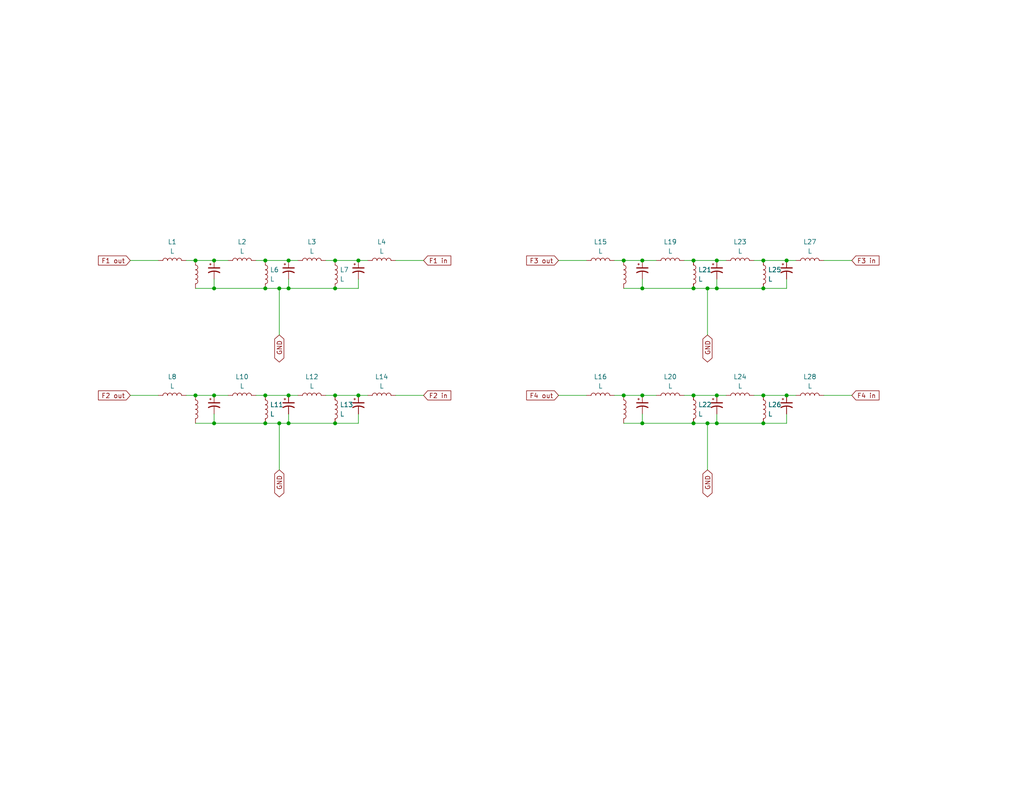
<source format=kicad_sch>
(kicad_sch (version 20230121) (generator eeschema)
  (paper "USLetter")
  (title_block (title "switched bandpass filter") (date "2023-07-23") (rev "v1.0") (comment 1 "Copyright © 2023 WA7GIL"))
  (lib_symbols
    (symbol "Device:C_Polarized_Small_US" (pin_numbers hide) (pin_names (offset 0.254) hide)
      (property "Reference" "C" (at 0.254 1.778 0))
      (property "Value" "C_Polarized_Small_US" (at 0.254 -2.032 0))
      (symbol "C_Polarized_Small_US_0_1"
        (polyline (pts (xy -1.524 0.508) (xy 1.524 0.508)) (stroke (width 0.3048)))
        (polyline (pts (xy -1.27 1.524) (xy -0.762 1.524)))
        (polyline (pts (xy -1.016 1.27) (xy -1.016 1.778)))
        (arc (start 1.524 -0.762) (mid 0 -0.3734) (end -1.524 -0.762) (stroke (width 0.3048)))
      )
      (symbol "C_Polarized_Small_US_1_1"
        (pin passive line (at 0 2.54 270) (length 2.032) (name "~") (number "1"))
        (pin passive line (at 0 -2.54 90) (length 2.032) (name "~") (number "2"))
      )
    )
    (symbol "Device:L" (pin_numbers hide) (pin_names (offset 1.016) hide)
      (property "Reference" "L" (at -1.27 0 90))
      (property "Value" "L" (at 1.905 0 90))
      (symbol "L_0_1"
        (arc (start 0 -2.54) (mid 0.6323 -1.905) (end 0 -1.27))
        (arc (start 0 -1.27) (mid 0.6323 -0.635) (end 0 0))
        (arc (start 0 0) (mid 0.6323 0.635) (end 0 1.27))
        (arc (start 0 1.27) (mid 0.6323 1.905) (end 0 2.54))
      )
      (symbol "L_1_1"
        (pin passive line (at 0 3.81 270) (length 1.27) (name "1") (number "1"))
        (pin passive line (at 0 -3.81 90) (length 1.27) (name "2") (number "2"))
      )
    )
  )
  (junction (at 97.79 107.95))
  (junction (at 58.42 107.95))
  (junction (at 58.42 78.74))
  (junction (at 91.44 107.95))
  (junction (at 53.34 71.12))
  (junction (at 195.58 115.57))
  (junction (at 91.44 78.74))
  (junction (at 91.44 115.57))
  (junction (at 189.23 115.57))
  (junction (at 170.18 71.12))
  (junction (at 214.63 107.95))
  (junction (at 76.2 78.74))
  (junction (at 175.26 78.74))
  (junction (at 53.34 107.95))
  (junction (at 208.28 115.57))
  (junction (at 78.74 78.74))
  (junction (at 72.39 71.12))
  (junction (at 195.58 107.95))
  (junction (at 72.39 78.74))
  (junction (at 175.26 107.95))
  (junction (at 91.44 71.12))
  (junction (at 78.74 71.12))
  (junction (at 195.58 78.74))
  (junction (at 189.23 107.95))
  (junction (at 175.26 115.57))
  (junction (at 189.23 71.12))
  (junction (at 208.28 71.12))
  (junction (at 214.63 71.12))
  (junction (at 78.74 107.95))
  (junction (at 78.74 115.57))
  (junction (at 193.04 115.57))
  (junction (at 195.58 71.12))
  (junction (at 189.23 78.74))
  (junction (at 193.04 78.74))
  (junction (at 175.26 71.12))
  (junction (at 58.42 115.57))
  (junction (at 58.42 71.12))
  (junction (at 208.28 107.95))
  (junction (at 72.39 107.95))
  (junction (at 97.79 71.12))
  (junction (at 72.39 115.57))
  (junction (at 170.18 107.95))
  (junction (at 208.28 78.74))
  (junction (at 76.2 115.57))
  (wire (pts (xy 186.69 107.95) (xy 189.23 107.95)))
  (wire (pts (xy 50.8 71.12) (xy 53.34 71.12)))
  (wire (pts (xy 186.69 71.12) (xy 189.23 71.12)))
  (wire (pts (xy 53.34 115.57) (xy 58.42 115.57)))
  (wire (pts (xy 72.39 71.12) (xy 78.74 71.12)))
  (wire (pts (xy 76.2 78.74) (xy 78.74 78.74)))
  (wire (pts (xy 214.63 113.03) (xy 214.63 115.57)))
  (wire (pts (xy 224.79 107.95) (xy 232.41 107.95)))
  (wire (pts (xy 72.39 78.74) (xy 76.2 78.74)))
  (wire (pts (xy 193.04 78.74) (xy 193.04 91.44)))
  (wire (pts (xy 78.74 76.2) (xy 78.74 78.74)))
  (wire (pts (xy 53.34 107.95) (xy 58.42 107.95)))
  (wire (pts (xy 224.79 71.12) (xy 232.41 71.12)))
  (wire (pts (xy 78.74 107.95) (xy 81.28 107.95)))
  (wire (pts (xy 208.28 71.12) (xy 214.63 71.12)))
  (wire (pts (xy 195.58 113.03) (xy 195.58 115.57)))
  (wire (pts (xy 78.74 71.12) (xy 81.28 71.12)))
  (wire (pts (xy 53.34 78.74) (xy 58.42 78.74)))
  (wire (pts (xy 195.58 115.57) (xy 208.28 115.57)))
  (wire (pts (xy 170.18 78.74) (xy 175.26 78.74)))
  (wire (pts (xy 76.2 115.57) (xy 78.74 115.57)))
  (wire (pts (xy 193.04 78.74) (xy 195.58 78.74)))
  (wire (pts (xy 69.85 71.12) (xy 72.39 71.12)))
  (wire (pts (xy 214.63 78.74) (xy 208.28 78.74)))
  (wire (pts (xy 208.28 107.95) (xy 214.63 107.95)))
  (wire (pts (xy 214.63 115.57) (xy 208.28 115.57)))
  (wire (pts (xy 58.42 113.03) (xy 58.42 115.57)))
  (wire (pts (xy 193.04 115.57) (xy 193.04 128.27)))
  (wire (pts (xy 97.79 76.2) (xy 97.79 78.74)))
  (wire (pts (xy 170.18 107.95) (xy 175.26 107.95)))
  (wire (pts (xy 170.18 115.57) (xy 175.26 115.57)))
  (wire (pts (xy 189.23 115.57) (xy 193.04 115.57)))
  (wire (pts (xy 175.26 76.2) (xy 175.26 78.74)))
  (wire (pts (xy 97.79 115.57) (xy 91.44 115.57)))
  (wire (pts (xy 97.79 71.12) (xy 100.33 71.12)))
  (wire (pts (xy 170.18 71.12) (xy 175.26 71.12)))
  (wire (pts (xy 72.39 115.57) (xy 76.2 115.57)))
  (wire (pts (xy 107.95 71.12) (xy 115.57 71.12)))
  (wire (pts (xy 214.63 71.12) (xy 217.17 71.12)))
  (wire (pts (xy 167.64 71.12) (xy 170.18 71.12)))
  (wire (pts (xy 189.23 78.74) (xy 193.04 78.74)))
  (wire (pts (xy 76.2 115.57) (xy 76.2 128.27)))
  (wire (pts (xy 35.56 71.12) (xy 43.18 71.12)))
  (wire (pts (xy 193.04 115.57) (xy 195.58 115.57)))
  (wire (pts (xy 195.58 76.2) (xy 195.58 78.74)))
  (wire (pts (xy 214.63 107.95) (xy 217.17 107.95)))
  (wire (pts (xy 72.39 107.95) (xy 78.74 107.95)))
  (wire (pts (xy 97.79 107.95) (xy 100.33 107.95)))
  (wire (pts (xy 175.26 107.95) (xy 179.07 107.95)))
  (wire (pts (xy 78.74 115.57) (xy 91.44 115.57)))
  (wire (pts (xy 152.4 71.12) (xy 160.02 71.12)))
  (wire (pts (xy 78.74 78.74) (xy 91.44 78.74)))
  (wire (pts (xy 69.85 107.95) (xy 72.39 107.95)))
  (wire (pts (xy 175.26 71.12) (xy 179.07 71.12)))
  (wire (pts (xy 107.95 107.95) (xy 115.57 107.95)))
  (wire (pts (xy 189.23 71.12) (xy 195.58 71.12)))
  (wire (pts (xy 76.2 78.74) (xy 76.2 91.44)))
  (wire (pts (xy 58.42 71.12) (xy 62.23 71.12)))
  (wire (pts (xy 58.42 115.57) (xy 72.39 115.57)))
  (wire (pts (xy 175.26 115.57) (xy 189.23 115.57)))
  (wire (pts (xy 189.23 107.95) (xy 195.58 107.95)))
  (wire (pts (xy 195.58 78.74) (xy 208.28 78.74)))
  (wire (pts (xy 97.79 78.74) (xy 91.44 78.74)))
  (wire (pts (xy 97.79 113.03) (xy 97.79 115.57)))
  (wire (pts (xy 205.74 71.12) (xy 208.28 71.12)))
  (wire (pts (xy 50.8 107.95) (xy 53.34 107.95)))
  (wire (pts (xy 58.42 76.2) (xy 58.42 78.74)))
  (wire (pts (xy 195.58 107.95) (xy 198.12 107.95)))
  (wire (pts (xy 175.26 78.74) (xy 189.23 78.74)))
  (wire (pts (xy 91.44 71.12) (xy 97.79 71.12)))
  (wire (pts (xy 53.34 71.12) (xy 58.42 71.12)))
  (wire (pts (xy 152.4 107.95) (xy 160.02 107.95)))
  (wire (pts (xy 58.42 78.74) (xy 72.39 78.74)))
  (wire (pts (xy 214.63 76.2) (xy 214.63 78.74)))
  (wire (pts (xy 175.26 113.03) (xy 175.26 115.57)))
  (wire (pts (xy 205.74 107.95) (xy 208.28 107.95)))
  (wire (pts (xy 35.56 107.95) (xy 43.18 107.95)))
  (wire (pts (xy 167.64 107.95) (xy 170.18 107.95)))
  (wire (pts (xy 88.9 107.95) (xy 91.44 107.95)))
  (wire (pts (xy 58.42 107.95) (xy 62.23 107.95)))
  (wire (pts (xy 88.9 71.12) (xy 91.44 71.12)))
  (wire (pts (xy 91.44 107.95) (xy 97.79 107.95)))
  (wire (pts (xy 195.58 71.12) (xy 198.12 71.12)))
  (wire (pts (xy 78.74 113.03) (xy 78.74 115.57)))
  (global_label "GND" (shape bidirectional) (at 76.2 91.44 270) (property "Intersheetrefs" "${INTERSHEET_REFS}" (effects hide)))
  (global_label "F2 out" (shape input) (at 35.56 107.95 180) (property "Intersheetrefs" "${INTERSHEET_REFS}" (effects hide)))
  (global_label "F4 out" (shape input) (at 152.4 107.95 180) (property "Intersheetrefs" "${INTERSHEET_REFS}" (effects hide)))
  (global_label "GND" (shape bidirectional) (at 76.2 128.27 270) (property "Intersheetrefs" "${INTERSHEET_REFS}" (effects hide)))
  (global_label "F3 out" (shape input) (at 152.4 71.12 180) (property "Intersheetrefs" "${INTERSHEET_REFS}" (effects hide)))
  (global_label "F3 in" (shape input) (at 232.41 71.12 0) (property "Intersheetrefs" "${INTERSHEET_REFS}" (effects hide)))
  (global_label "F1 out" (shape input) (at 35.56 71.12 180) (property "Intersheetrefs" "${INTERSHEET_REFS}" (effects hide)))
  (global_label "F4 in" (shape input) (at 232.41 107.95 0) (property "Intersheetrefs" "${INTERSHEET_REFS}" (effects hide)))
  (global_label "F1 in" (shape input) (at 115.57 71.12 0) (property "Intersheetrefs" "${INTERSHEET_REFS}" (effects hide)))
  (global_label "GND" (shape bidirectional) (at 193.04 128.27 270) (property "Intersheetrefs" "${INTERSHEET_REFS}" (effects hide)))
  (global_label "F2 in" (shape input) (at 115.57 107.95 0) (property "Intersheetrefs" "${INTERSHEET_REFS}" (effects hide)))
  (global_label "GND" (shape bidirectional) (at 193.04 91.44 270) (property "Intersheetrefs" "${INTERSHEET_REFS}" (effects hide)))
  (symbol (lib_id "Device:L") (at 66.04 71.12 90) (unit 1)
    (property "Reference" "L2" (at 66.04 66.04 90))
    (property "Value" "L" (at 66.04 68.58 90))
    (property "Footprint" "Inductor_SMD:L_1210_3225Metric" (effects hide))
  )
  (symbol (lib_id "Device:L") (at 46.99 107.95 90) (unit 1)
    (property "Reference" "L8" (at 46.99 102.87 90))
    (property "Value" "L" (at 46.99 105.41 90))
    (property "Footprint" "Inductor_SMD:L_1210_3225Metric" (effects hide))
  )
  (symbol (lib_id "Device:C_Polarized_Small_US") (at 175.26 110.49 0) (unit 1)
    (property "Reference" "C8" (effects hide))
    (property "Value" " " (effects hide))
    (property "Footprint" "Capacitor_SMD:C_1210_3225Metric" (effects hide))
  )
  (symbol (lib_id "Device:L") (at 189.23 74.93 0) (unit 1)
    (property "Reference" "L21" (at 190.5 73.66 0) (effects (justify left)))
    (property "Value" "L" (at 190.5 76.2 0) (effects (justify left)))
    (property "Footprint" "Inductor_SMD:L_1210_3225Metric" (effects hide))
  )
  (symbol (lib_id "Device:C_Polarized_Small_US") (at 195.58 73.66 0) (unit 1)
    (property "Reference" "C9" (effects hide))
    (property "Value" " " (effects hide))
    (property "Footprint" "Capacitor_SMD:C_1210_3225Metric" (effects hide))
  )
  (symbol (lib_id "Device:L") (at 208.28 74.93 0) (unit 1)
    (property "Reference" "L25" (at 209.55 73.66 0) (effects (justify left)))
    (property "Value" "L" (at 209.55 76.2 0) (effects (justify left)))
    (property "Footprint" "Inductor_SMD:L_1210_3225Metric" (effects hide))
  )
  (symbol (lib_id "Device:C_Polarized_Small_US") (at 214.63 110.49 0) (unit 1)
    (property "Reference" "C12" (effects hide))
    (property "Value" " " (effects hide))
    (property "Footprint" "Capacitor_SMD:C_1210_3225Metric" (effects hide))
  )
  (symbol (lib_id "Device:L") (at 220.98 107.95 90) (unit 1)
    (property "Reference" "L28" (at 220.98 102.87 90))
    (property "Value" "L" (at 220.98 105.41 90))
    (property "Footprint" "Inductor_SMD:L_1210_3225Metric" (effects hide))
  )
  (symbol (lib_id "Device:L") (at 208.28 111.76 0) (unit 1)
    (property "Reference" "L26" (at 209.55 110.49 0) (effects (justify left)))
    (property "Value" "L" (at 209.55 113.03 0) (effects (justify left)))
    (property "Footprint" "Inductor_SMD:L_1210_3225Metric" (effects hide))
  )
  (symbol (lib_id "Device:L") (at 201.93 107.95 90) (unit 1)
    (property "Reference" "L24" (at 201.93 102.87 90))
    (property "Value" "L" (at 201.93 105.41 90))
    (property "Footprint" "Inductor_SMD:L_1210_3225Metric" (effects hide))
  )
  (symbol (lib_id "Device:L") (at 72.39 111.76 0) (unit 1)
    (property "Reference" "L11" (at 73.66 110.49 0) (effects (justify left)))
    (property "Value" "L" (at 73.66 113.03 0) (effects (justify left)))
    (property "Footprint" "Inductor_SMD:L_1210_3225Metric" (effects hide))
  )
  (symbol (lib_id "Device:L") (at 91.44 111.76 0) (unit 1)
    (property "Reference" "L13" (at 92.71 110.49 0) (effects (justify left)))
    (property "Value" "L" (at 92.71 113.03 0) (effects (justify left)))
    (property "Footprint" "Inductor_SMD:L_1210_3225Metric" (effects hide))
  )
  (symbol (lib_id "Device:L") (at 104.14 71.12 90) (unit 1)
    (property "Reference" "L4" (at 104.14 66.04 90))
    (property "Value" "L" (at 104.14 68.58 90))
    (property "Footprint" "Inductor_SMD:L_1210_3225Metric" (effects hide))
  )
  (symbol (lib_id "Device:L") (at 170.18 111.76 0) (unit 1)
    (property "Reference" "L18" (effects hide))
    (property "Value" "L" (effects hide))
    (property "Footprint" "Inductor_SMD:L_1210_3225Metric" (effects hide))
  )
  (symbol (lib_id "Device:L") (at 220.98 71.12 90) (unit 1)
    (property "Reference" "L27" (at 220.98 66.04 90))
    (property "Value" "L" (at 220.98 68.58 90))
    (property "Footprint" "Inductor_SMD:L_1210_3225Metric" (effects hide))
  )
  (symbol (lib_id "Device:C_Polarized_Small_US") (at 97.79 110.49 0) (unit 1)
    (property "Reference" "C6" (effects hide))
    (property "Value" " " (effects hide))
    (property "Footprint" "Capacitor_SMD:C_1210_3225Metric" (effects hide))
  )
  (symbol (lib_id "Device:L") (at 163.83 71.12 90) (unit 1)
    (property "Reference" "L15" (at 163.83 66.04 90))
    (property "Value" "L" (at 163.83 68.58 90))
    (property "Footprint" "Inductor_SMD:L_1210_3225Metric" (effects hide))
  )
  (symbol (lib_id "Device:L") (at 53.34 111.76 0) (unit 1)
    (property "Reference" "L9" (effects hide))
    (property "Value" "L" (effects hide))
    (property "Footprint" "Inductor_SMD:L_1210_3225Metric" (effects hide))
  )
  (symbol (lib_id "Device:C_Polarized_Small_US") (at 214.63 73.66 0) (unit 1)
    (property "Reference" "C11" (effects hide))
    (property "Value" " " (effects hide))
    (property "Footprint" "Capacitor_SMD:C_1210_3225Metric" (effects hide))
  )
  (symbol (lib_id "Device:L") (at 85.09 71.12 90) (unit 1)
    (property "Reference" "L3" (at 85.09 66.04 90))
    (property "Value" "L" (at 85.09 68.58 90))
    (property "Footprint" "Inductor_SMD:L_1210_3225Metric" (effects hide))
  )
  (symbol (lib_id "Device:C_Polarized_Small_US") (at 58.42 73.66 0) (unit 1)
    (property "Reference" "C1" (effects hide))
    (property "Value" " " (effects hide))
    (property "Footprint" "Capacitor_SMD:C_1210_3225Metric" (effects hide))
  )
  (symbol (lib_id "Device:C_Polarized_Small_US") (at 78.74 73.66 0) (unit 1)
    (property "Reference" "C2" (effects hide))
    (property "Value" " " (effects hide))
    (property "Footprint" "Capacitor_SMD:C_1210_3225Metric" (effects hide))
  )
  (symbol (lib_id "Device:L") (at 66.04 107.95 90) (unit 1)
    (property "Reference" "L10" (at 66.04 102.87 90))
    (property "Value" "L" (at 66.04 105.41 90))
    (property "Footprint" "Inductor_SMD:L_1210_3225Metric" (effects hide))
  )
  (symbol (lib_id "Device:L") (at 72.39 74.93 0) (unit 1)
    (property "Reference" "L6" (at 73.66 73.66 0) (effects (justify left)))
    (property "Value" "L" (at 73.66 76.2 0) (effects (justify left)))
    (property "Footprint" "Inductor_SMD:L_1210_3225Metric" (effects hide))
  )
  (symbol (lib_id "Device:L") (at 104.14 107.95 90) (unit 1)
    (property "Reference" "L14" (at 104.14 102.87 90))
    (property "Value" "L" (at 104.14 105.41 90))
    (property "Footprint" "Inductor_SMD:L_1210_3225Metric" (effects hide))
  )
  (symbol (lib_id "Device:L") (at 53.34 74.93 0) (unit 1)
    (property "Reference" "L5" (effects hide))
    (property "Value" "L" (effects hide))
    (property "Footprint" "Inductor_SMD:L_1210_3225Metric" (effects hide))
  )
  (symbol (lib_id "Device:C_Polarized_Small_US") (at 78.74 110.49 0) (unit 1)
    (property "Reference" "C5" (effects hide))
    (property "Value" " " (effects hide))
    (property "Footprint" "Capacitor_SMD:C_1210_3225Metric" (effects hide))
  )
  (symbol (lib_id "Device:L") (at 91.44 74.93 0) (unit 1)
    (property "Reference" "L7" (at 92.71 73.66 0) (effects (justify left)))
    (property "Value" "L" (at 92.71 76.2 0) (effects (justify left)))
    (property "Footprint" "Inductor_SMD:L_1210_3225Metric" (effects hide))
  )
  (symbol (lib_id "Device:C_Polarized_Small_US") (at 97.79 73.66 0) (unit 1)
    (property "Reference" "C3" (effects hide))
    (property "Value" " " (effects hide))
    (property "Footprint" "Capacitor_SMD:C_1210_3225Metric" (effects hide))
  )
  (symbol (lib_id "Device:L") (at 170.18 74.93 0) (unit 1)
    (property "Reference" "L17" (effects hide))
    (property "Value" "L" (effects hide))
    (property "Footprint" "Inductor_SMD:L_1210_3225Metric" (effects hide))
  )
  (symbol (lib_id "Device:L") (at 46.99 71.12 90) (unit 1)
    (property "Reference" "L1" (at 46.99 66.04 90))
    (property "Value" "L" (at 46.99 68.58 90))
    (property "Footprint" "Inductor_SMD:L_1210_3225Metric" (effects hide))
  )
  (symbol (lib_id "Device:L") (at 163.83 107.95 90) (unit 1)
    (property "Reference" "L16" (at 163.83 102.87 90))
    (property "Value" "L" (at 163.83 105.41 90))
    (property "Footprint" "Inductor_SMD:L_1210_3225Metric" (effects hide))
  )
  (symbol (lib_id "Device:C_Polarized_Small_US") (at 58.42 110.49 0) (unit 1)
    (property "Reference" "C4" (effects hide))
    (property "Value" " " (effects hide))
    (property "Footprint" "Capacitor_SMD:C_1210_3225Metric" (effects hide))
  )
  (symbol (lib_id "Device:L") (at 189.23 111.76 0) (unit 1)
    (property "Reference" "L22" (at 190.5 110.49 0) (effects (justify left)))
    (property "Value" "L" (at 190.5 113.03 0) (effects (justify left)))
    (property "Footprint" "Inductor_SMD:L_1210_3225Metric" (effects hide))
  )
  (symbol (lib_id "Device:L") (at 182.88 71.12 90) (unit 1)
    (property "Reference" "L19" (at 182.88 66.04 90))
    (property "Value" "L" (at 182.88 68.58 90))
    (property "Footprint" "Inductor_SMD:L_1210_3225Metric" (effects hide))
  )
  (symbol (lib_id "Device:L") (at 85.09 107.95 90) (unit 1)
    (property "Reference" "L12" (at 85.09 102.87 90))
    (property "Value" "L" (at 85.09 105.41 90))
    (property "Footprint" "Inductor_SMD:L_1210_3225Metric" (effects hide))
  )
  (symbol (lib_id "Device:C_Polarized_Small_US") (at 175.26 73.66 0) (unit 1)
    (property "Reference" "C7" (effects hide))
    (property "Value" " " (effects hide))
    (property "Footprint" "Capacitor_SMD:C_1210_3225Metric" (effects hide))
  )
  (symbol (lib_id "Device:L") (at 201.93 71.12 90) (unit 1)
    (property "Reference" "L23" (at 201.93 66.04 90))
    (property "Value" "L" (at 201.93 68.58 90))
    (property "Footprint" "Inductor_SMD:L_1210_3225Metric" (effects hide))
  )
  (symbol (lib_id "Device:L") (at 182.88 107.95 90) (unit 1)
    (property "Reference" "L20" (at 182.88 102.87 90))
    (property "Value" "L" (at 182.88 105.41 90))
    (property "Footprint" "Inductor_SMD:L_1210_3225Metric" (effects hide))
  )
  (symbol (lib_id "Device:C_Polarized_Small_US") (at 195.58 110.49 0) (unit 1)
    (property "Reference" "C10" (effects hide))
    (property "Value" " " (effects hide))
    (property "Footprint" "Capacitor_SMD:C_1210_3225Metric" (effects hide))
  )
)
</source>
